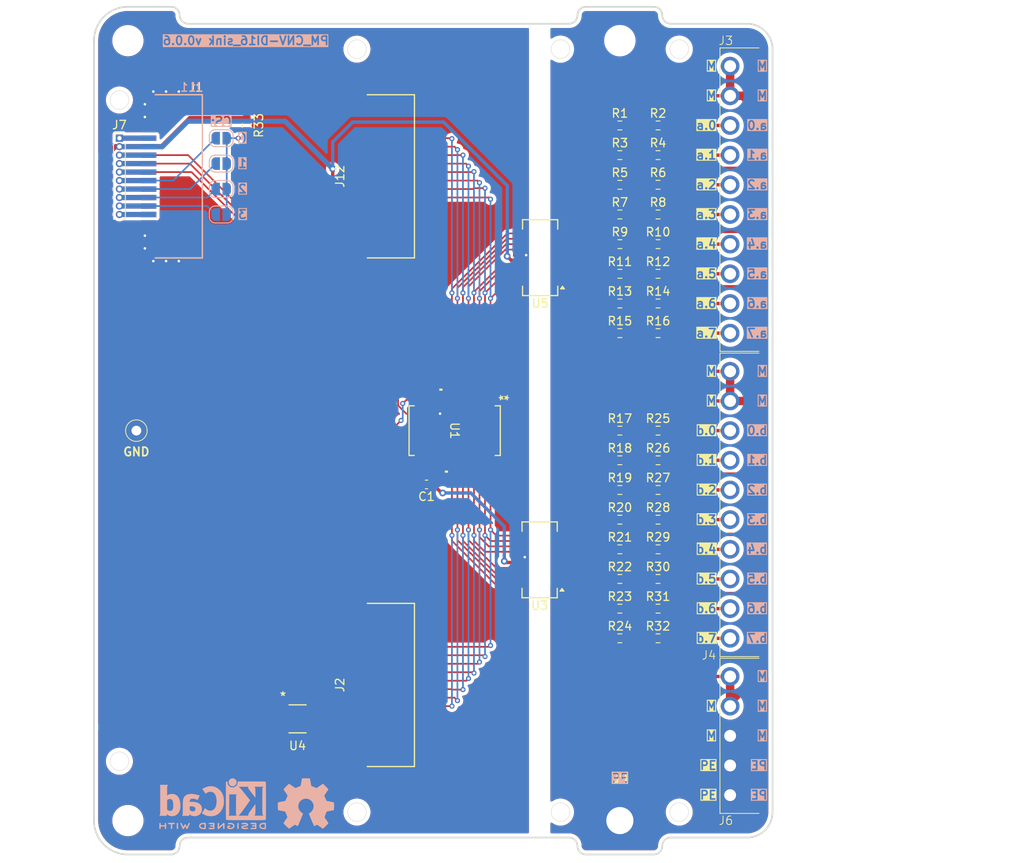
<source format=kicad_pcb>
(kicad_pcb (version 20240108) (generator "pcbnew") (generator_version "8.0")
  (title_block (title "${article} v${version}"))
  (layers (0 "F.Cu" signal) (31 "B.Cu" signal) (34 "B.Paste" user) (35 "F.Paste" user) (36 "B.SilkS" user "B.Silkscreen") (37 "F.SilkS" user "F.Silkscreen") (38 "B.Mask" user) (39 "F.Mask" user) (44 "Edge.Cuts" user))
  (property "article" "PM_CNV-DI16_sink")
  (property "version" "0.0.6")
  (net 0 "")
  (net 1 "/MOSI")
  (net 2 "/CS")
  (net 3 "/MISO")
  (net 4 "GND_MCU")
  (net 5 "/SCK")
  (net 6 "+5V")
  (net 7 "/CS_LED")
  (net 8 "/a.1")
  (net 9 "/a.3")
  (net 10 "/a.6")
  (net 11 "/a.5")
  (net 12 "/a.2")
  (net 13 "/a.4")
  (net 14 "/a.7")
  (net 15 "/a.0_div")
  (net 16 "/a.1_div")
  (net 17 "/a.3_div")
  (net 18 "/a.2_div")
  (net 19 "/a.7_div")
  (net 20 "/a.6_div")
  (net 21 "/a.4_div")
  (net 22 "/a.5_div")
  (net 23 "/b.3")
  (net 24 "/b.6")
  (net 25 "/b.4")
  (net 26 "/b.2")
  (net 27 "/b.5")
  (net 28 "/b.7")
  (net 29 "/b.2_div")
  (net 30 "/b.3_div")
  (net 31 "/b.0_div")
  (net 32 "/b.1_div")
  (net 33 "/b.5_div")
  (net 34 "/b.6_div")
  (net 35 "/b.7_div")
  (net 36 "/b.4_div")
  (net 37 "/a.6_in")
  (net 38 "/a.7_in")
  (net 39 "/a.0_in")
  (net 40 "/a.1_in")
  (net 41 "/a.4_in")
  (net 42 "/a.3_in")
  (net 43 "/a.2_in")
  (net 44 "/a.5_in")
  (net 45 "/b.0_in")
  (net 46 "/b.1_in")
  (net 47 "/a.0")
  (net 48 "/b.4_in")
  (net 49 "/b.2_in")
  (net 50 "/b.6_in")
  (net 51 "/b.5_in")
  (net 52 "/b.7_in")
  (net 53 "/b.3_in")
  (net 54 "/b.1")
  (net 55 "/b.0")
  (net 56 "/PE")
  (net 57 "/CS0")
  (net 58 "/CS1")
  (net 59 "/CS3")
  (net 60 "/CS2")
  (net 61 "+3.3V_MCU")
  (net 62 "/INT")
  (net 67 "/MISO_LED")
  (net 68 "/GND_CNV")
  (footprint "Resistor_SMD:R_0603_1608Metric" (layer "F.Cu") (at 91.5 121)
    (property "Reference" "R31")
    (property "Value" "2k7")
  )
  (footprint "kicad_inventree_lib:PM-ESP32C3_v0.0.5" (layer "F.Cu") (at 25 100)
    (property "Reference" "U2" (hide yes))
    (property "Value" "~" (hide yes))
    (fp_circle (center 3 -39) (end 4.1 -39) (stroke (width 0.05)) (fill none) (layer "Edge.Cuts"))
    (fp_circle (center 3 39) (end 4.1 39) (stroke (width 0.05)) (fill none) (layer "Edge.Cuts"))
    (fp_circle (center 31 -45) (end 32.1 -45) (stroke (width 0.05)) (fill none) (layer "Edge.Cuts"))
    (fp_circle (center 31 45) (end 32.1 45) (stroke (width 0.05)) (fill none) (layer "Edge.Cuts"))
  )
  (footprint "kicad_inventree_lib:DBV6-M" (layer "F.Cu") (at 49 134)
    (property "Reference" "U4")
    (property "Value" "SN74LVC2G14DBVR")
  )
  (footprint "Resistor_SMD:R_0603_1608Metric" (layer "F.Cu") (at 91.5 88.5)
    (property "Reference" "R16")
    (property "Value" "2k7")
  )
  (footprint "Resistor_SMD:R_0603_1608Metric" (layer "F.Cu") (at 87 85)
    (property "Reference" "R13")
    (property "Value" "750R")
  )
  (footprint "Resistor_SMD:R_0603_1608Metric" (layer "F.Cu") (at 87 103.5)
    (property "Reference" "R18")
    (property "Value" "750R")
  )
  (footprint "Resistor_SMD:R_0603_1608Metric" (layer "F.Cu") (at 91.5 110.5)
    (property "Reference" "R28")
    (property "Value" "2k7")
  )
  (footprint "Package_SO:SSOP-20_3.9x8.7mm_P0.635mm" (layer "F.Cu") (at 77.6 79.5925 180)
    (property "Reference" "U5")
    (property "Value" "CA-IS3980P")
  )
  (footprint "Resistor_SMD:R_0603_1608Metric" (layer "F.Cu") (at 91.5 67.5)
    (property "Reference" "R4")
    (property "Value" "2k7")
  )
  (footprint "MountingHole:MountingHole_3.2mm_M3" (layer "F.Cu") (at 29 146)
    (property "Reference" "H3" (hide yes))
    (property "Value" "MountingHole")
  )
  (footprint "Resistor_SMD:R_0603_1608Metric" (layer "F.Cu") (at 87 124.5)
    (property "Reference" "R24")
    (property "Value" "750R")
  )
  (footprint "Resistor_SMD:R_0603_1608Metric" (layer "F.Cu") (at 87 121)
    (property "Reference" "R23")
    (property "Value" "750R")
  )
  (footprint "Resistor_SMD:R_0603_1608Metric" (layer "F.Cu") (at 87 81.5)
    (property "Reference" "R11")
    (property "Value" "750R")
  )
  (footprint "Resistor_SMD:R_0603_1608Metric" (layer "F.Cu") (at 91.5 64)
    (property "Reference" "R2")
    (property "Value" "2k7")
  )
  (footprint "Connector_PinHeader_1.00mm:PinHeader_1x10_P1.00mm_Vertical" (layer "F.Cu") (at 28 65.5)
    (property "Reference" "J7")
    (property "Value" "PinHeader_01x10_P1.00_THT_straight")
  )
  (footprint "Capacitor_SMD:C_0603_1608Metric" (layer "F.Cu") (at 64.205 106.35 180)
    (property "Reference" "C1")
    (property "Value" "100nF")
  )
  (footprint "Resistor_SMD:R_0603_1608Metric" (layer "F.Cu") (at 87 110.5)
    (property "Reference" "R20")
    (property "Value" "750R")
  )
  (footprint "kicad_inventree_lib:SSOP28_MC_MCH" (layer "F.Cu") (at 67.525 100 -90)
    (property "Reference" "U1")
    (property "Value" "MCP23017_SS")
  )
  (footprint "Resistor_SMD:R_0603_1608Metric" (layer "F.Cu") (at 87 71)
    (property "Reference" "R5")
    (property "Value" "750R")
  )
  (footprint "kicad_inventree_lib:CONN10_AFA07-S12_JUS" (layer "F.Cu") (at 60 70 90)
    (property "Reference" "J12")
    (property "Value" "AFA07-S12FCC-00")
  )
  (footprint "Resistor_SMD:R_0603_1608Metric" (layer "F.Cu") (at 87 67.5)
    (property "Reference" "R3")
    (property "Value" "750R")
  )
  (footprint "kicad_inventree_lib:15EDGRC-3.5-05P" (layer "F.Cu") (at 100 143 90)
    (property "Reference" "J6")
    (property "Value" "15EDGRC-3.5-05P")
  )
  (footprint "kicad_inventree_lib:PM_LED-xx-v0.0.1" (layer "F.Cu") (at 90 100)
    (property "Reference" "SP1" (hide yes))
    (property "Value" "~")
    (fp_circle (center -10 -45) (end -8.9 -45) (stroke (width 0.05)) (fill none) (layer "Edge.Cuts"))
    (fp_circle (center -10 45) (end -8.9 45) (stroke (width 0.05)) (fill none) (layer "Edge.Cuts"))
    (fp_circle (center 4 -45) (end 5.1 -45) (stroke (width 0.05)) (fill none) (layer "Edge.Cuts"))
    (fp_circle (center 4 45) (end 5.1 45) (stroke (width 0.05)) (fill none) (layer "Edge.Cuts"))
  )
  (footprint "MountingHole:MountingHole_3.2mm_M3" (layer "F.Cu") (at 29 54)
    (property "Reference" "H2" (hide yes))
    (property "Value" "MountingHole")
  )
  (footprint "Resistor_SMD:R_0603_1608Metric" (layer "F.Cu") (at 91.5 103.5)
    (property "Reference" "R26")
    (property "Value" "2k7")
  )
  (footprint "Resistor_SMD:R_0603_1608Metric" (layer "F.Cu") (at 87 74.5)
    (property "Reference" "R7")
    (property "Value" "750R")
  )
  (footprint "Resistor_SMD:R_0603_1608Metric" (layer "F.Cu") (at 87 100)
    (property "Reference" "R17")
    (property "Value" "750R")
  )
  (footprint "Resistor_SMD:R_0603_1608Metric" (layer "F.Cu") (at 91.5 124.5)
    (property "Reference" "R32")
    (property "Value" "2k7")
  )
  (footprint "MountingHole:MountingHole_3.2mm_M3" (layer "F.Cu") (at 87 54)
    (property "Reference" "H1" (hide yes))
    (property "Value" "MountingHole")
  )
  (footprint "Resistor_SMD:R_0603_1608Metric" (layer "F.Cu") (at 91.5 74.5)
    (property "Reference" "R8")
    (property "Value" "2k7")
  )
  (footprint "Resistor_SMD:R_0603_1608Metric" (layer "F.Cu") (at 91.5 117.5)
    (property "Reference" "R30")
    (property "Value" "2k7")
  )
  (footprint "Resistor_SMD:R_0603_1608Metric" (layer "F.Cu") (at 91.5 71)
    (property "Reference" "R6")
    (property "Value" "2k7")
  )
  (footprint "Resistor_SMD:R_0603_1608Metric" (layer "F.Cu") (at 87 64)
    (property "Reference" "R1")
    (property "Value" "750R")
  )
  (footprint "Resistor_SMD:R_0603_1608Metric" (layer "F.Cu") (at 87 117.5)
    (property "Reference" "R22")
    (property "Value" "750R")
  )
  (footprint "kicad_inventree_lib:5117" (layer "F.Cu") (at 30 100)
    (property "Reference" "U6" (hide yes))
    (property "Value" "5117" (hide yes))
  )
  (footprint "kicad_inventree_lib:CONN10_AFA07-S12_JUS" (layer "F.Cu") (at 60 130 90)
    (property "Reference" "J2")
    (property "Value" "AFA07-S12FCC-00")
  )
  (footprint "Resistor_SMD:R_0603_1608Metric" (layer "F.Cu") (at 43 64 -90)
    (property "Reference" "R33")
    (property "Value" "10k")
  )
  (footprint "Resistor_SMD:R_0603_1608Metric" (layer "F.Cu") (at 91.5 78)
    (property "Reference" "R10")
    (property "Value" "2k7")
  )
  (footprint "Resistor_SMD:R_0603_1608Metric" (layer "F.Cu") (at 91.5 85)
    (property "Reference" "R14")
    (property "Value" "2k7")
  )
  (footprint "kicad_inventree_lib:CONN10_AFA07-S12_JUS" (layer "F.Cu") (at 35 70 90)
    (property "Reference" "J1")
    (property "Value" "AFA07-S12FCC-00")
  )
  (footprint "Package_SO:SSOP-20_3.9x8.7mm_P0.635mm" (layer "F.Cu") (at 77.54 115.24 180)
    (property "Reference" "U3")
    (property "Value" "CA-IS3980P")
  )
  (footprint "Resistor_SMD:R_0603_1608Metric" (layer "F.Cu") (at 91.5 81.5)
    (property "Reference" "R12")
    (property "Value" "2k7")
  )
  (footprint "Resistor_SMD:R_0603_1608Metric" (layer "F.Cu") (at 87 78)
    (property "Reference" "R9")
    (property "Value" "750R")
  )
  (footprint "Resistor_SMD:R_0603_1608Metric" (layer "F.Cu") (at 87 107)
    (property "Reference" "R19")
    (property "Value" "750R")
  )
  (footprint "kicad_inventree_lib:15EDGRC-3.5-10P" (layer "F.Cu") (at 100 124.5 90)
    (property "Reference" "J4")
    (property "Value" "15EDGRC-3.5-10P")
  )
  (footprint "Resistor_SMD:R_0603_1608Metric" (layer "F.Cu") (at 91.5 107)
    (property "Reference" "R27")
    (property "Value" "2k7")
  )
  (footprint "Resistor_SMD:R_0603_1608Metric" (layer "F.Cu") (at 91.5 100)
    (property "Reference" "R25")
    (property "Value" "2k7")
  )
  (footprint "Resistor_SMD:R_0603_1608Metric" (layer "F.Cu") (at 87 114)
    (property "Reference" "R21")
    (property "Value" "750R")
  )
  (footprint "kicad_inventree_lib:PE" (layer "F.Cu") (at 87 146)
    (property "Reference" "PE1" (hide yes))
    (property "Value" "PE")
  )
  (footprint "kicad_inventree_lib:15EDGRC-3.5-10P" (layer "F.Cu") (at 100 88.5 90)
    (property "Reference" "J3")
    (property "Value" "15EDGRC-3.5-10P")
  )
  (footprint "Resistor_SMD:R_0603_1608Metric" (layer "F.Cu") (at 91.5 114)
    (property "Reference" "R29")
    (property "Value" "2k7")
  )
  (footprint "Resistor_SMD:R_0603_1608Metric" (layer "F.Cu") (at 87 88.5)
    (property "Reference" "R15")
    (property "Value" "750R")
  )
  (footprint "Jumper:SolderJumper-2_P1.3mm_Open_RoundedPad1.0x1.5mm" (layer "B.Cu") (at 40 74.5)
    (property "Reference" "JP4" (hide yes))
    (property "Value" "SolderJumper_2_Open")
  )
  (footprint "Jumper:SolderJumper-2_P1.3mm_Open_RoundedPad1.0x1.5mm" (layer "B.Cu") (at 40 71.5)
    (property "Reference" "JP3" (hide yes))
    (property "Value" "SolderJumper_2_Open")
  )
  (footprint "Symbol:KiCad-Logo2_5mm_SilkScreen" (layer "B.Cu") (at 39 144 180)
    (property "Reference" "kicad_logo" (hide yes))
    (property "Value" "KiCad-Logo2_5mm_SilkScreen" (hide yes))
  )
  (footprint "Symbol:OSHW-Symbol_6.7x6mm_SilkScreen" (layer "B.Cu") (at 50 144 180)
    (property "Reference" "oshw_logo" (hide yes))
    (property "Value" "OSHW-Symbol_6.7x6mm_SilkScreen" (hide yes))
  )
  (footprint "kicad_inventree_lib:CONN10_AFA07-S12_JUS" (layer "B.Cu") (at 35 70 -90)
    (property "Reference" "J11")
    (property "Value" "AFA07-S12FCC-00")
  )
  (footprint "Jumper:SolderJumper-2_P1.3mm_Open_RoundedPad1.0x1.5mm" (layer "B.Cu") (at 40 68.5)
    (property "Reference" "JP2" (hide yes))
    (property "Value" "SolderJumper_2_Open")
  )
  (footprint "Jumper:SolderJumper-2_P1.3mm_Open_RoundedPad1.0x1.5mm" (layer "B.Cu") (at 40 65.5)
    (property "Reference" "JP1" (hide yes))
    (property "Value" "SolderJumper_2_Open")
  )
  (gr_arc (start 105 145) (mid 104.12132 147.12132) (end 102 148) (stroke (width 0.2)) (layer "Edge.Cuts"))
  (gr_arc (start 25 54) (mid 26.171573 51.171573) (end 29 50) (stroke (width 0.2)) (layer "Edge.Cuts"))
  (gr_line (start 91 50) (end 83 50) (stroke (width 0.2)) (layer "Edge.Cuts"))
  (gr_arc (start 91 50) (mid 91.707107 50.292893) (end 92 51) (stroke (width 0.2)) (layer "Edge.Cuts"))
  (gr_arc (start 29 150) (mid 26.171573 148.828427) (end 25 146) (stroke (width 0.2)) (layer "Edge.Cuts"))
  (gr_line (start 29 50) (end 34.1 50) (stroke (width 0.2)) (layer "Edge.Cuts"))
  (gr_line (start 25 54) (end 25 146) (stroke (width 0.2)) (layer "Edge.Cuts"))
  (gr_arc (start 35.1 149) (mid 35.392893 148.292893) (end 36.1 148) (stroke (width 0.2)) (layer "Edge.Cuts"))
  (gr_line (start 83 150) (end 91 150) (stroke (width 0.2)) (layer "Edge.Cuts"))
  (gr_arc (start 82 51) (mid 81.707107 51.707107) (end 81 52) (stroke (width 0.2)) (layer "Edge.Cuts"))
  (gr_line (start 81 148) (end 36.1 148) (stroke (width 0.2)) (layer "Edge.Cuts"))
  (gr_arc (start 36.1 52) (mid 35.392893 51.707107) (end 35.1 51) (stroke (width 0.2)) (layer "Edge.Cuts"))
  (gr_line (start 36.1 52) (end 81 52) (stroke (width 0.2)) (layer "Edge.Cuts"))
  (gr_arc (start 35.1 149) (mid 34.807107 149.707107) (end 34.1 150) (stroke (width 0.2)) (layer "Edge.Cuts"))
  (gr_line (start 105 55) (end 105 145) (stroke (width 0.2)) (layer "Edge.Cuts"))
  (gr_arc (start 82 51) (mid 82.292893 50.292893) (end 83 50) (stroke (width 0.2)) (layer "Edge.Cuts"))
  (gr_line (start 29 150) (end 34.1 150) (stroke (width 0.2)) (layer "Edge.Cuts"))
  (gr_arc (start 34.1 50) (mid 34.807107 50.292893) (end 35.1 51) (stroke (width 0.2)) (layer "Edge.Cuts"))
  (gr_line (start 93 148) (end 102 148) (stroke (width 0.2)) (layer "Edge.Cuts"))
  (gr_arc (start 83 150) (mid 82.292893 149.707107) (end 82 149) (stroke (width 0.2)) (layer "Edge.Cuts"))
  (gr_arc (start 93 52) (mid 92.292893 51.707107) (end 92 51) (stroke (width 0.2)) (layer "Edge.Cuts"))
  (gr_arc (start 102 52) (mid 104.12132 52.87868) (end 105 55) (stroke (width 0.2)) (layer "Edge.Cuts"))
  (gr_arc (start 81 148) (mid 81.707107 148.292893) (end 82 149) (stroke (width 0.2)) (layer "Edge.Cuts"))
  (gr_arc (start 92 149) (mid 91.707107 149.707107) (end 91 150) (stroke (width 0.2)) (layer "Edge.Cuts"))
  (gr_line (start 102 52) (end 93 52) (stroke (width 0.2)) (layer "Edge.Cuts"))
  (gr_arc (start 92 149) (mid 92.292893 148.292893) (end 93 148) (stroke (width 0.2)) (layer "Edge.Cuts"))
  (gr_text "b.2" (at 104.5 107 0) (layer "B.SilkS" knockout) (effects (font (size 1 1) (thickness 0.2) (bold yes)) (justify left mirror)))
  (gr_text "PE" (at 104.5 143 0) (layer "B.SilkS" knockout) (effects (font (size 1 1) (thickness 0.2) (bold yes)) (justify left mirror)))
  (gr_text "M" (at 104.5 93 0) (layer "B.SilkS" knockout) (effects (font (size 1 1) (thickness 0.2) (bold yes)) (justify left mirror)))
  (gr_text "a.0" (at 104.5 64 0) (layer "B.SilkS" knockout) (effects (font (size 1 1) (thickness 0.2) (bold yes)) (justify left mirror)))
  (gr_text "a.3" (at 104.5 74.5 0) (layer "B.SilkS" knockout) (effects (font (size 1 1) (thickness 0.2) (bold yes)) (justify left mirror)))
  (gr_text "a.7" (at 104.5 88.5 0) (layer "B.SilkS" knockout) (effects (font (size 1 1) (thickness 0.2) (bold yes)) (justify left mirror)))
  (gr_text "b.4" (at 104.5 114 0) (layer "B.SilkS" knockout) (effects (font (size 1 1) (thickness 0.2) (bold yes)) (justify left mirror)))
  (gr_text "M" (at 104.5 129 0) (layer "B.SilkS" knockout) (effects (font (size 1 1) (thickness 0.2) (bold yes)) (justify left mirror)))
  (gr_text "M" (at 104.5 136 0) (layer "B.SilkS" knockout) (effects (font (size 1 1) (thickness 0.2) (bold yes)) (justify left mirror)))
  (gr_text "a.1" (at 104.5 67.5 0) (layer "B.SilkS" knockout) (effects (font (size 1 1) (thickness 0.2) (bold yes)) (justify left mirror)))
  (gr_text "b.5" (at 104.5 117.5 0) (layer "B.SilkS" knockout) (effects (font (size 1 1) (thickness 0.2) (bold yes)) (justify left mirror)))
  (gr_text "PE" (at 104.5 139.5 0) (layer "B.SilkS" knockout) (effects (font (size 1 1) (thickness 0.2) (bold yes)) (justify left mirror)))
  (gr_text "b.6" (at 104.5 121 0) (layer "B.SilkS" knockout) (effects (font (size 1 1) (thickness 0.2) (bold yes)) (justify left mirror)))
  (gr_text "M" (at 104.5 60.5 0) (layer "B.SilkS" knockout) (effects (font (size 1 1) (thickness 0.2) (bold yes)) (justify left mirror)))
  (gr_text "3" (at 42.5 74.5 0) (layer "B.SilkS" knockout) (effects (font (size 1 1) (thickness 0.2) (bold yes)) (justify mirror)))
  (gr_text "M" (at 104.5 96.5 0) (layer "B.SilkS" knockout) (effects (font (size 1 1) (thickness 0.2) (bold yes)) (justify left mirror)))
  (gr_text "1" (at 42.5 68.5 0) (layer "B.SilkS" knockout) (effects (font (size 1 1) (thickness 0.2) (bold yes)) (justify mirror)))
  (gr_text "M" (at 104.5 57 0) (layer "B.SilkS" knockout) (effects (font (size 1 1) (thickness 0.2) (bold yes)) (justify left mirror)))
  (gr_text "b.1" (at 104.5 103.5 0) (layer "B.SilkS" knockout) (effects (font (size 1 1) (thickness 0.2) (bold yes)) (justify left mirror)))
  (gr_text "b.0" (at 104.5 100 0) (layer "B.SilkS" knockout) (effects (font (size 1 1) (thickness 0.2) (bold yes)) (justify left mirror)))
  (gr_text "M" (at 104.5 132.5 0) (layer "B.SilkS" knockout) (effects (font (size 1 1) (thickness 0.2) (bold yes)) (justify left mirror)))
  (gr_text "a.5" (at 104.5 81.5 0) (layer "B.SilkS" knockout) (effects (font (size 1 1) (thickness 0.2) (bold yes)) (justify left mirror)))
  (gr_text "b.7" (at 104.5 124.5 0) (layer "B.SilkS" knockout) (effects (font (size 1 1) (thickness 0.2) (bold yes)) (justify left mirror)))
  (gr_text "${article} v${version}" (at 33 54 0) (layer "B.SilkS" knockout) (effects (font (size 1 1) (thickness 0.2) (bold yes)) (justify right mirror)))
  (gr_text "0" (at 42.5 65.5 0) (layer "B.SilkS" knockout) (effects (font (size 1 1) (thickness 0.2) (bold yes)) (justify mirror)))
  (gr_text "CS:" (at 40 63.5 0) (layer "B.SilkS" knockout) (effects (font (size 1 1) (thickness 0.2) (bold yes)) (justify mirror)))
  (gr_text "2" (at 42.5 71.5 0) (layer "B.SilkS" knockout) (effects (font (size 1 1) (thickness 0.2) (bold yes)) (justify mirror)))
  (gr_text "a.2" (at 104.5 71 0) (layer "B.SilkS" knockout) (effects (font (size 1 1) (thickness 0.2) (bold yes)) (justify left mirror)))
  (gr_text "a.6" (at 104.5 85 0) (layer "B.SilkS" knockout) (effects (font (size 1 1) (thickness 0.2) (bold yes)) (justify left mirror)))
  (gr_text "PE" (at 87 141 -0) (layer "B.SilkS" knockout) (effects (font (size 1 1) (thickness 0.2) (bold yes)) (justify mirror)))
  (gr_text "a.4" (at 104.5 78 0) (layer "B.SilkS" knockout) (effects (font (size 1 1) (thickness 0.2) (bold yes)) (justify left mirror)))
  (gr_text "b.3" (at 104.5 110.5 0) (layer "B.SilkS" knockout) (effects (font (size 1 1) (thickness 0.2) (bold yes)) (justify left mirror)))
  (gr_text "a.6" (at 98.5 85 0) (layer "F.SilkS" knockout) (effects (font (size 1 1) (thickness 0.2) (bold yes)) (justify right)))
  (gr_text "b.7" (at 98.5 124.5 0) (layer "F.SilkS" knockout) (effects (font (size 1 1) (thickness 0.2) (bold yes)) (justify right)))
  (gr_text "M" (at 98.5 136 0) (layer "F.SilkS" knockout) (effects (font (size 1 1) (thickness 0.2) (bold yes)) (justify right)))
  (gr_text "b.3" (at 98.5 110.5 0) (layer "F.SilkS" knockout) (effects (font (size 1 1) (thickness 0.2) (bold yes)) (justify right)))
  (gr_text "M" (at 98.5 60.5 0) (layer "F.SilkS" knockout) (effects (font (size 1 1) (thickness 0.2) (bold yes)) (justify right)))
  (gr_text "a.5" (at 98.5 81.5 0) (layer "F.SilkS" knockout) (effects (font (size 1 1) (thickness 0.2) (bold yes)) (justify right)))
  (gr_text "b.6" (at 98.5 121 0) (layer "F.SilkS" knockout) (effects (font (size 1 1) (thickness 0.2) (bold yes)) (justify right)))
  (gr_text "a.2" (at 98.5 71 0) (layer "F.SilkS" knockout) (effects (font (size 1 1) (thickness 0.2) (bold yes)) (justify right)))
  (gr_text "b.2" (at 98.5 107 0) (layer "F.SilkS" knockout) (effects (font (size 1 1) (thickness 0.2) (bold yes)) (justify right)))
  (gr_text "M" (at 98.5 57 0) (layer "F.SilkS" knockout) (effects (font (size 1 1) (thickness 0.2) (bold yes)) (justify right)))
  (gr_text "b.4" (at 98.5 114 0) (layer "F.SilkS" knockout) (effects (font (size 1 1) (thickness 0.2) (bold yes)) (justify right)))
  (gr_text "M" (at 98.5 132.5 0) (layer "F.SilkS" knockout) (effects (font (size 1 1) (thickness 0.2) (bold yes)) (justify right)))
  (gr_text "PE" (at 98.5 143 0) (layer "F.SilkS" knockout) (effects (font (size 1 1) (thickness 0.2) (bold yes)) (justify right)))
  (gr_text "b.5" (at 98.5 117.5 0) (layer "F.SilkS" knockout) (effects (font (size 1 1) (thickness 0.2) (bold yes)) (justify right)))
  (gr_text "PE" (at 87 141 0) (layer "F.SilkS" knockout) (effects (font (size 1 1) (thickness 0.2) (bold yes))))
  (gr_text "a.4" (at 98.5 78 0) (layer "F.SilkS" knockout) (effects (font (size 1 1) (thickness 0.2) (bold yes)) (justify right)))
  (gr_text "PE" (at 98.5 139.5 0) (layer "F.SilkS" knockout) (effects (font (size 1 1) (thickness 0.2) (bold yes)) (justify right)))
  (gr_text "a.7" (at 98.5 88.5 0) (layer "F.SilkS" knockout) (effects (font (size 1 1) (thickness 0.2) (bold yes)) (justify right)))
  (gr_text "M" (at 98.5 93 0) (layer "F.SilkS" knockout) (effects (font (size 1 1) (thickness 0.2) (bold yes)) (justify right)))
  (gr_text "b.0" (at 98.5 100 0) (layer "F.SilkS" knockout) (effects (font (size 1 1) (thickness 0.2) (bold yes)) (justify right)))
  (gr_text "b.1" (at 98.5 103.5 0) (layer "F.SilkS" knockout) (effects (font (size 1 1) (thickness 0.2) (bold yes)) (justify right)))
  (gr_text "a.0" (at 98.5 64 0) (layer "F.SilkS" knockout) (effects (font (size 1 1) (thickness 0.2) (bold yes)) (justify right)))
  (gr_text "M" (at 98.5 96.5 0) (layer "F.SilkS" knockout) (effects (font (size 1 1) (thickness 0.2) (bold yes)) (justify right)))
  (gr_text "a.3" (at 98.5 74.5 0) (layer "F.SilkS" knockout) (effects (font (size 1 1) (thickness 0.2) (bold yes)) (justify right)))
  (gr_text "GND" (at 30 102.5 0) (layer "F.SilkS") (effects (font (size 1 1) (thickness 0.2) (bold yes))))
  (gr_text "a.1" (at 98.5 67.5 0) (layer "F.SilkS" knockout) (effects (font (size 1 1) (thickness 0.2) (bold yes)) (justify right)))
  (segment (start 31.444 67.500002) (end 28.000002 67.500002) (width 0.6) (layer "F.Cu") (net 1))
  (segment (start 28.000002 67.500002) (end 28 67.5) (width 0.6) (layer "F.Cu") (net 1))
  (segment (start 63.950001 96.372199) (end 63.950001 95.350001) (width 0.2) (layer "F.Cu") (net 1))
  (segment (start 63.950001 95.350001) (end 36.100002 67.500002) (width 0.2) (layer "F.Cu") (net 1))
  (segment (start 36.100002 67.500002) (end 31.444 67.500002) (width 0.2) (layer "F.Cu") (net 1))
  (segment (start 31.444 67.500002) (end 28.000002 67.500002) (width 0.6) (layer "B.Cu") (net 1))
  (segment (start 28.000002 67.500002) (end 28 67.5) (width 0.6) (layer "B.Cu") (net 1))
  (segment (start 65.250001 96.372199) (end 65.250001 95.478498) (width 0.2) (layer "F.Cu") (net 2))
  (segment (start 65.250001 97.515685) (end 47.53315 115.232536) (width 0.2) (layer "F.Cu") (net 2))
  (segment (start 65.250001 96.372199) (end 65.250001 97.515685) (width 0.2) (layer "F.Cu") (net 2))
  (segment (start 65.250001 95.478498) (end 43 73.228497) (width 0.2) (layer "F.Cu") (net 2))
  (segment (start 43 73.228497) (end 43 64.825) (width 0.2) (layer "F.Cu") (net 2))
  (segment (start 42 65.5) (end 42.325 65.5) (width 0.2) (layer "F.Cu") (net 2))
  (segment (start 42.325 65.5) (end 43 64.825) (width 0.2) (layer "F.Cu") (net 2))
  (segment (start 47.53315 115.232536) (end 47.53315 133.049999) (width 0.2) (layer "F.Cu") (net 2))
  (via (at 42 65.5) (size 0.6) (drill 0.3) (layers "F.Cu" "B.Cu") (net 2))
  (segment (start 42 65.5) (end 40.65 65.5) (width 0.2) (layer "B.Cu") (net 2))
  (segment (start 40.65 71.5) (end 40.65 74.5) (width 0.2) (layer "B.Cu") (net 2))
  (segment (start 40.65 68.5) (end 40.65 71.5) (width 0.2) (layer "B.Cu") (net 2))
  (segment (start 40.65 65.5) (end 40.65 68.5) (width 0.2) (layer "B.Cu") (net 2))
  (segment (start 46.5 134.3368) (end 47.113201 134.950001) (width 0.2) (layer "F.Cu") (net 3))
  (segment (start 36.3 68.5) (end 31.444 68.5) (width 0.2) (layer "F.Cu") (net 3))
  (segment (start 63.300002 96.372199) (end 63.300002 95.500002) (width 0.2) (layer "F.Cu") (net 3))
  (segment (start 46.5 113.5) (end 46.5 134.3368) (width 0.2) (layer "F.Cu") (net 3))
  (segment (start 47.113201 134.950001) (end 47.53315 134.950001) (width 0.2) (layer "F.Cu") (net 3))
  (segment (start 63.300002 96.372199) (end 61.827801 96.372199) (width 0.2) (layer "F.Cu") (net 3))
  (segment (start 61.827801 96.372199) (end 61.4 96.8) (width 0.2) (layer "F.Cu") (net 3))
  (segment (start 63.300002 95.500002) (end 36.3 68.5) (width 0.2) (layer "F.Cu") (net 3))
  (segment (start 61.2 98.8) (end 46.5 113.5) (width 0.2) (layer "F.Cu") (net 3))
  (segment (start 28 68.5) (end 31.444 68.5) (width 0.6) (layer "F.Cu") (net 3))
  (via (at 61.2 98.8) (size 0.6) (drill 0.3) (layers "F.Cu" "B.Cu") (net 3))
  (via (at 61.4 96.8) (size 0.6) (drill 0.3) (layers "F.Cu" "B.Cu") (net 3))
  (segment (start 31.444 68.5) (end 28 68.5) (width 0.6) (layer "B.Cu") (net 3))
  (segment (start 61.4 96.8) (end 61.4 98.6) (width 0.2) (layer "B.Cu") (net 3))
  (segment (start 61.4 98.6) (end 61.2 98.8) (width 0.2) (layer "B.Cu") (net 3))
  (segment (start 65.900002 97.899998) (end 65.8 98) (width 0.4) (layer "F.Cu") (net 4))
  (segment (start 65.900002 96.372199) (end 65.900002 97.899998) (width 0.4) (layer "F.Cu") (net 4))
  (segment (start 75.786525 114.9225) (end 75.786526 114.922499) (width 0.4) (layer "F.Cu") (net 4))
  (segment (start 76 79.362499) (end 75.912501 79.275) (width 0.4) (layer "F.Cu") (net 4))
  (segment (start 75.925 79.275) (end 75.95 79.3) (width 0.4) (layer "F.Cu") (net 4))
  (segment (start 75 79.275) (end 75.925 79.275) (width 0.4) (layer "F.Cu") (net 4))
  (segment (start 74.94 114.9225) (end 75.786525 114.9225) (width 0.4) (layer "F.Cu") (net 4))
  (via (at 31 61.5) (size 0.6) (drill 0.3) (layers "F.Cu" "B.Cu") (net 4))
  (via (at 33.5 80) (size 0.6) (drill 0.3) (layers "F.Cu" "B.Cu") (net 4))
  (via (at 33.5 60) (size 0.6) (drill 0.3) (layers "F.Cu" "B.Cu") (net 4))
  (via (at 35 60) (size 0.6) (drill 0.3) (layers "F.Cu" "B.Cu") (net 4))
  (via (at 75.95 79.3) (size 0.6) (drill 0.3) (layers "F.Cu" "B.Cu") (net 4))
  (via (at 32 80) (size 0.6) (drill 0.3) (layers "F.Cu" "B.Cu") (net 4))
  (via (at 31 63) (size 0.6) (drill 0.3) (layers "F.Cu" "B.Cu") (net 4))
  (via (at 65.8 98) (size 0.6) (drill 0.3) (layers "F.Cu" "B.Cu") (net 4))
  (via (at 35 80) (size 0.6) (drill 0.3) (layers "F.Cu" "B.Cu") (net 4))
  (via (at 75.786526 114.922499) (size 0.6) (drill 0.3) (layers "F.Cu" "B.Cu") (net 4))
  (via (at 31 78.5) (size 0.6) (drill 0.3) (layers "F.Cu" "B.Cu") (net 4))
  (via (at 31 77) (size 0.6) (drill 0.3) (layers "F.Cu" "B.Cu") (net 4))
  (via (at 32 60) (size 0.6) (drill 0.3) (layers "F.Cu" "B.Cu") (net 4))
  (segment (start 61.822182 98) (end 60.85 97.027818) (width 0.2) (layer "F.Cu") (net 5))
  (segment (start 60.85 93.85) (end 36.5 69.5) (width 0.2) (layer "F.Cu") (net 5))
  (segment (start 36.5 69.5) (end 31.444 69.5) (width 0.2) (layer "F.Cu") (net 5))
  (segment (start 64.600002 96.372199) (end 64.600002 97.599998) (width 0.2) (layer "F.Cu") (net 5))
  (segment (start 64.2 98) (end 61.822182 98) (width 0.2) (layer "F.Cu") (net 5))
  (segment (start 60.85 97.027818) (end 60.85 93.85) (width 0.2) (layer "F.Cu") (net 5))
  (segment (start 64.600002 97.599998) (end 64.2 98) (width 0.2) (layer "F.Cu") (net 5))
  (segment (start 31.444 69.5) (end 28 69.5) (width 0.6) (layer "F.Cu") (net 5))
  (segment (start 28 69.5) (end 31.444 69.5) (width 0.6) (layer "B.Cu") (net 5))
  (segment (start 31.443994 65.5) (end 31.444 65.500006) (width 0.6) (layer "F.Cu") (net 6))
  (segment (start 28 65.5) (end 31.443994 65.5) (width 0.6) (layer "F.Cu") (net 6))
  (segment (start 31.444 65.500006) (end 28.000006 65.500006) (width 0.6) (layer "B.Cu") (net 6))
  (segment (start 28.000006 65.500006) (end 28 65.5) (width 0.6) (layer "B.Cu") (net 6))
  (segment (start 50.46685 133.049999) (end 51.2574 133.049999) (width 0.2) (layer "F.Cu") (net 7))
  (segment (start 51.707397 133.499996) (end 56.444 133.499996) (width 0.2) (layer "F.Cu") (net 7))
  (segment (start 51.2574 133.049999) (end 51.707397 133.499996) (width 0.2) (layer "F.Cu") (net 7))
  (segment (start 67.850001 96.372199) (end 67.850001 84.400001) (width 0.2) (layer "F.Cu") (net 8))
  (segment (start 67.850001 84.400001) (end 67.85 84.4) (width 0.2) (layer "F.Cu") (net 8))
  (segment (start 67.500004 66.500004) (end 56.444 66.500004) (width 0.2) (layer "F.Cu") (net 8))
  (segment (start 67.85 83.170534) (end 73.650534 77.37) (width 0.2) (layer "F.Cu") (net 8))
  (segment (start 73.650534 77.37) (end 75 77.37) (width 0.2) (layer "F.Cu") (net 8))
  (segment (start 67.85 66.85) (end 67.500004 66.500004) (width 0.2) (layer "F.Cu") (net 8))
  (segment (start 67.85 84.4) (end 67.85 83.170534) (width 0.2) (layer "F.Cu") (net 8))
  (via (at 67.85 66.85) (size 0.6) (drill 0.3) (layers "F.Cu" "B.Cu") (net 8))
  (via (at 67.85 84.4) (size 0.6) (drill 0.3) (layers "F.Cu" "B.Cu") (net 8))
  (segment (start 67.85 84.4) (end 67.85 66.85) (width 0.2) (layer "B.Cu") (net 8))
  (segment (start 69.15 68.8) (end 68.85 68.5) (width 0.2) (layer "F.Cu") (net 9))
  (segment (start 68.85 68.5) (end 56.444 68.5) (width 0.2) (layer "F.Cu") (net 9))
  (segment (start 69.15 84.4) (end 69.15 83.001905) (width 0.2) (layer "F.Cu") (net 9))
  (segment (start 69.15 84.4) (end 69.150001 84.400001) (width 0.2) (layer "F.Cu") (net 9))
  (segment (start 69.150001 84.400001) (end 69.150001 96.372199) (width 0.2) (layer "F.Cu") (net 9))
  (segment (start 69.15 83.001905) (end 73.511905 78.64) (width 0.2) (layer "F.Cu") (net 9))
  (segment (start 73.511905 78.64) (end 75 78.64) (width 0.2) (layer "F.Cu") (net 9))
  (via (at 69.15 68.8) (size 0.6) (drill 0.3) (layers "F.Cu" "B.Cu") (net 9))
  (via (at 69.15 84.4) (size 0.6) (drill 0.3) (layers "F.Cu" "B.Cu") (net 9))
  (segment (start 69.15 84.4) (end 69.15 68.8) (width 0.2) (layer "B.Cu") (net 9))
  (segment (start 71.099999 83.750001) (end 71.099999 96.372199) (width 0.2) (layer "F.Cu") (net 10))
  (segment (start 69.8 71.4) (end 69.7 71.5) (width 0.2) (layer "F.Cu") (net 10))
  (segment (start 75 81.815) (end 73.035 81.815) (width 0.2) (layer "F.Cu") (net 10))
  (segment (start 73.035 81.815) (end 71.1 83.75) (width 0.2) (layer "F.Cu") (net 10))
  (segment (start 71.1 83.75) (end 71.099999 83.750001) (width 0.2) (layer "F.Cu") (net 10))
  (segment (start 69.7 71.5) (end 56.444 71.5) (width 0.2) (layer "F.Cu") (net 10))
  (segment (start 71.1 71.4) (end 69.8 71.4) (width 0.2) (layer "F.Cu") (net 10))
  (via (at 71.1 71.4) (size 0.6) (drill 0.3) (layers "F.Cu" "B.Cu") (net 10))
  (via (at 71.1 83.75) (size 0.6) (drill 0.3) (layers "F.Cu" "B.Cu") (net 10))
  (segment (start 71.1 83.75) (end 71.1 71.4) (width 0.2) (layer "B.Cu") (net 10))
  (segment (start 70.45 84.4) (end 70.45 83.551471) (width 0.2) (layer "F.Cu") (net 11))
  (segment (start 72.821471 81.18) (end 75 81.18) (width 0.2) (layer "F.Cu") (net 11))
  (segment (start 70.45 83.551471) (end 72.821471 81.18) (width 0.2) (layer "F.Cu") (net 11))
  (segment (start 70.45 84.4) (end 70.45 96.372199) (width 0.2) (layer "F.Cu") (net 11))
  (segment (start 70.2 70.5) (end 56.444 70.5) (width 0.2) (layer "F.Cu") (net 11))
  (segment (start 70.45 70.75) (end 70.2 70.5) (width 0.2) (layer "F.Cu") (net 11))
  (via (at 70.45 84.4) (size 0.6) (drill 0.3) (layers "F.Cu" "B.Cu") (net 11))
  (via (at 70.45 70.75) (size 0.6) (drill 0.3) (layers "F.Cu" "B.Cu") (net 11))
  (segment (start 70.45 84.4) (end 70.45 70.75) (width 0.2) (layer "B.Cu") (net 11))
  (segment (start 68.5 83.75) (end 68.5 84.4) (width 0.2) (layer "F.Cu") (net 12))
  (segment (start 68.499999 84.400001) (end 68.499999 96.372199) (width 0.2) (layer "F.Cu") (net 12))
  (segment (start 68.5 84.4) (end 68.499999 84.400001) (width 0.2) (layer "F.Cu") (net 12))
  (segment (start 68.5 67.5) (end 67.2 67.5) (width 0.2) (layer "F.Cu") (net 12))
  (segment (start 67.2 67.5) (end 67.199998 67.500002) (width 0.2) (layer "F.Cu") (net 12))
  (segment (start 68.5 83.75) (end 68.5 83.08622) (width 0.2) (layer "F.Cu") (net 12))
  (segment (start 67.199998 67.500002) (end 56.444 67.500002) (width 0.2) (layer "F.Cu") (net 12))
  (segment (start 73.58122 78.005) (end 75 78.005) (width 0.2) (layer "F.Cu") (net 12))
  (segment (start 68.5 83.08622) (end 73.58122 78.005) (width 0.2) (layer "F.Cu") (net 12))
  (via (at 68.5 83.75) (size 0.6) (drill 0.3) (layers "F.Cu" "B.Cu") (net 12))
  (via (at 68.5 67.5) (size 0.6) (drill 0.3) (layers "F.Cu" "B.Cu") (net 12))
  (segment (start 68.5 83.75) (end 68.5 67.5) (width 0.2) (layer "B.Cu") (net 12))
  (segment (start 69.75 69.5) (end 56.444 69.5) (width 0.2) (layer "F.Cu") (net 13))
  (segment (start 69.8 69.45) (end 69.75 69.5) (width 0.2) (layer "F.Cu") (net 13))
  (segment (start 69.8 84.4) (end 69.799999 84.400001) (width 0.2) (layer "F.Cu") (net 13))
  (segment (start 69.8 83.75) (end 69.8 83.635786) (width 0.2) (layer "F.Cu") (net 13))
  (segment (start 69.8 83.75) (end 69.8 84.4) (width 0.2) (layer "F.Cu") (net 13))
  (segment (start 72.890786 80.545) (end 75 80.545) (width 0.2) (layer "F.Cu") (net 13))
  (segment (start 69.799999 84.400001) (end 69.799999 96.372199) (width 0.2) (layer "F.Cu") (net 13))
  (segment (start 69.8 83.635786) (end 72.890786 80.545) (width 0.2) (layer "F.Cu") (net 13))
  (segment (start 74.9125 80.6325) (end 75 80.545) (width 0.2) (layer "F.Cu") (net 13))
  (via (at 69.8 69.45) (size 0.6) (drill 0.3) (layers "F.Cu" "B.Cu") (net 13))
  (via (at 69.8 83.75) (size 0.6) (drill 0.3) (layers "F.Cu" "B.Cu") (net 13))
  (segment (start 69.8 83.75) (end 69.8 69.45) (width 0.2) (layer "B.Cu") (net 13))
  (segment (start 71.75 72.7) (end 71.549998 72.499998) (width 0.2) (layer "F.Cu") (net 14))
  (segment (start 71.75 84.4) (end 71.75 96.372199) (width 0.2) (layer "F.Cu") (net 14))
  (segment (start 71.549998 72.499998) (end 56.444 72.499998) (width 0.2) (layer "F.Cu") (net 14))
  (segment (start 71.75 84.4) (end 73.7 82.45) (width 0.2) (layer "F.Cu") (net 14))
  (segment (start 73.7 82.45) (end 75 82.45) (width 0.2) (layer "F.Cu") (net 14))
  (via (at 71.75 84.4) (size 0.6) (drill 0.3) (layers "F.Cu" "B.Cu") (net 14))
  (via (at 71.75 72.7) (size 0.6) (drill 0.3) (layers "F.Cu" "B.Cu") (net 14))
  (segment (start 71.75 84.4) (end 71.75 72.7) (width 0.2) (layer "B.Cu") (net 14))
  (segment (start 87.825 64) (end 90.675 64) (width 0.4) (layer "F.Cu") (net 15))
  (segment (start 86.95 64.875) (end 86.622402 64.875) (width 0.4) (layer "F.Cu") (net 15))
  (segment (start 80.14 71.357402) (end 80.14 76.675) (width 0.4) (layer "F.Cu") (net 15))
  (segment (start 80.14 76.675) (end 80.2 76.735) (width 0.4) (layer "F.Cu") (net 15))
  (segment (start 87.825 64) (end 86.95 64.875) (width 0.4) (layer "F.Cu") (net 15))
  (segment (start 86.622402 64.875) (end 80.14 71.357402) (width 0.4) (layer "F.Cu") (net 15))
  (segment (start 83.128 69.21793) (end 83.128 75.4345) (width 0.4) (layer "F.Cu") (net 16))
  (segment (start 87.825 67.5) (end 90.675 67.5) (width 0.4) (layer "F.Cu") (net 16))
  (segment (start 87.825 67.5) (end 86.95 66.625) (width 0.4) (layer "F.Cu") (net 16))
  (segment (start 85.72093 66.625) (end 83.128 69.21793) (width 0.4) (layer "F.Cu") (net 16))
  (segment (start 86.95 66.625) (end 85.72093 66.625) (width 0.4) (layer "F.Cu") (net 16))
  (segment (start 81.1925 77.37) (end 80.2 77.37) (width 0.4) (layer "F.Cu") (net 16))
  (segment (start 83.128 75.4345) (end 81.1925 77.37) (width 0.4) (layer "F.Cu") (net 16))
  (segment (start 87.825 74.5) (end 90.675 74.5) (width 0.4) (layer "F.Cu") (net 17))
  (segment (start 82.136 78.64) (end 80.2 78.64) (width 0.4) (layer "F.Cu") (net 17))
  (segment (start 86.95 73.625) (end 85.72093 73.625) (width 0.4) (layer "F.Cu") (net 17))
  (segment (start 85.72093 73.625) (end 85.375 73.97093) (width 0.4) (layer "F.Cu") (net 17))
  (segment (start 87.825 74.5) (end 86.95 73.625) (width 0.4) (layer "F.Cu") (net 17))
  (segment (start 85.375 73.97093) (end 85.375 75.401) (width 0.4) (layer "F.Cu") (net 17))
  (segment (start 85.375 75.401) (end 82.136 78.64) (width 0.4) (layer "F.Cu") (net 17))
  (segment (start 84.775 74.985) (end 81.755 78.005) (width 0.4) (layer "F.Cu") (net 18))
  (segment (start 87.825 71) (end 86.95 71.875) (width 0.4) (layer "F.Cu") (net 18))
  (segment (start 81.755 78.005) (end 80.2 78.005) (width 0.4) (layer "F.Cu") (net 18))
  (segment (start 86.622402 71.875) (end 84.775 73.722402) (width 0.4) (layer "F.Cu") (net 18))
  (segment (start 84.775 73.722402) (end 84.775 74.985) (width 0.4) (layer "F.Cu") (net 18))
  (segment (start 86.95 71.875) (end 86.622402 71.875) (width 0.4) (layer "F.Cu") (net 18))
  (segment (start 87.825 71) (end 90.675 71) (width 0.4) (layer "F.Cu") (net 18))
  (segment (start 87.825 88.5) (end 86.95 87.625) (width 0.4) (layer "F.Cu") (net 19))
  (segment (start 86.95 87.625) (end 86.552722 87.625) (width 0.4) (layer "F.Cu") (net 19))
  (segment (start 86.552722 87.625) (end 81.377722 82.45) (width 0.4) (layer "F.Cu") (net 19))
  (segment (start 81.377722 82.45) (end 80.2 82.45) (width 0.4) (layer "F.Cu") (net 19))
  (segment (start 87.825 88.5) (end 90.675 88.5) (width 0.4) (layer "F.Cu") (net 19))
  (segment (start 87.825 85) (end 86.95 85.875) (width 0.4) (layer "F.Cu") (net 20))
  (segment (start 85.65125 85.875) (end 81.59125 81.815) (width 0.4) (layer "F.Cu") (net 20))
  (segment (start 87.825 85) (end 90.675 85) (width 0.4) (layer "F.Cu") (net 20))
  (segment (start 86.95 85.875) (end 85.65125 85.875) (width 0.4) (layer "F.Cu") (net 20))
  (segment (start 81.59125 81.815) (end 80.2 81.815) (width 0.4) (layer "F.Cu") (net 20))
  (segment (start 87.825 78) (end 90.675 78) (width 0.4) (layer "F.Cu") (net 21))
  (segment (start 87.825 78) (end 87.825 77.67907) (width 0.4) (layer "F.Cu") (net 21))
  (segment (start 86.33207 79.172) (end 85.500528 79.172) (width 0.4) (layer "F.Cu") (net 21))
  (segment (start 85.500528 79.172) (end 84.127528 80.545) (width 0.4) (layer "F.Cu") (net 21))
  (segment (start 84.127528 80.545) (end 80.2275 80.545) (width 0.4) (layer "F.Cu") (net 21))
  (segment (start 87.825 77.67907) (end 86.33207 79.172) (width 0.4) (layer "F.Cu") (net 21))
  (segment (start 84.896056 80.625) (end 84.341056 81.18) (width 0.4) (layer "F.Cu") (net 22))
  (segment (start 87.825 81.5) (end 90.675 81.5) (width 0.4) (layer "F.Cu") (net 22))
  (segment (start 84.341056 81.18) (end 80.2275 81.18) (width 0.4) (layer "F.Cu") (net 22))
  (segment (start 86.95 80.625) (end 84.896056 80.625) (width 0.4) (layer "F.Cu") (net 22))
  (segment (start 87.825 81.5) (end 86.95 80.625) (width 0.4) (layer "F.Cu") (net 22))
  (segment (start 71.0875 114.2875) (end 74.94 114.2875) (width 0.2) (layer "F.Cu") (net 23))
  (segment (start 69.8 128.6) (end 69.7 128.5) (width 0.2) (layer "F.Cu") (net 23))
  (segment (start 69.799999 103.627801) (end 69.799999 112.349999) (width 0.2) (layer "F.Cu") (net 23))
  (segment (start 69.7 128.5) (end 56.444 128.5) (width 0.2) (layer "F.Cu") (net 23))
  (segment (start 74.9395 114.288) (end 74.94 114.2875) (width 0.2) (layer "F.Cu") (net 23))
  (segment (start 69.799999 112.349999) (end 69.8 112.35) (width 0.2) (layer "F.Cu") (net 23))
  (segment (start 69.8 112.35) (end 69.8 113) (width 0.2) (layer "F.Cu") (net 23))
  (segment (start 69.8 113) (end 71.0875 114.2875) (width 0.2) (layer "F.Cu") (net 23))
  (via (at 69.8 128.6) (size 0.6) (drill 0.3) (layers "F.Cu" "B.Cu") (net 23))
  (via (at 69.8 112.35) (size 0.6) (drill 0.3) (layers "F.Cu" "B.Cu") (net 23))
  (segment (start 69.8 112.35) (end 69.8 128.6) (width 0.2) (layer "B.Cu") (net 23))
  (segment (start 67.85 111.7) (end 67.85 112.915686) (width 0.2) (layer "F.Cu") (net 24))
  (segment (start 67.85 131.85) (end 67.5 131.5) (width 0.2) (layer "F.Cu") (net 24))
  (segment (start 72.396814 117.4625) (end 74.94 117.4625) (width 0.2) (layer "F.Cu") (net 24))
  (segment (start 67.85 111.05) (end 67.850001 111.049999) (width 0.2) (layer "F.Cu") (net 24))
  (segment (start 67.85 112.915686) (end 72.396814 117.4625) (width 0.2) (layer "F.Cu") (net 24))
  (segment (start 67.5 131.5) (end 56.444 131.5) (width 0.2) (layer "F.Cu") (net 24))
  (segment (start 74.9395 117.462) (end 74.94 117.4625) (width 0.2) (layer "F.Cu") (net 24))
  (segment (start 67.850001 111.049999) (end 67.850001 103.627801) (width 0.2) (layer "F.Cu") (net 24))
  (segment (start 67.85 111.7) (end 67.85 111.05) (width 0.2) (layer "F.Cu") (net 24))
  (via (at 67.85 111.7) (size 0.6) (drill 0.3) (layers "F.Cu" "B.Cu") (net 24))
  (via (at 67.85 131.85) (size 0.6) (drill 0.3) (layers "F.Cu" "B.Cu") (net 24))
  (segment (start 67.85 111.7) (end 67.85 131.85) (width 0.2) (layer "B.Cu") (net 24))
  (segment (start 69.15 111.7) (end 69.15 112.915686) (width 0.2) (layer "F.Cu") (net 25))
  (segment (start 74.9395 116.192) (end 74.94 116.1925) (width 0.2) (layer "F.Cu") (net 25))
  (segment (start 72.426814 116.1925) (end 74.94 116.1925) (width 0.2) (layer "F.Cu") (net 25))
  (segment (start 69.15 111.7) (end 69.15 111.05) (width 0.2) (layer "F.Cu") (net 25))
  (segment (start 69.15 112.915686) (end 72.426814 116.1925) (width 0.2) (layer "F.Cu") (net 25))
  (segment (start 68.9 129.5) (end 56.444 129.5) (width 0.2) (layer "F.Cu") (net 25))
  (segment (start 69.15 129.25) (end 68.9 129.5) (width 0.2) (layer "F.Cu") (net 25))
  (segment (start 69.15 111.05) (end 69.150001 111.049999) (width 0.2) (layer "F.Cu") (net 25))
  (segment (start 69.150001 111.049999) (end 69.150001 103.627801) (width 0.2) (layer "F.Cu") (net 25))
  (via (at 69.15 111.7) (size 0.6) (drill 0.3) (layers "F.Cu" "B.Cu") (net 25))
  (via (at 69.15 129.25) (size 0.6) (drill 0.3) (layers "F.Cu" "B.Cu") (net 25))
  (segment (start 69.15 111.7) (end 69.15 129.25) (width 0.2) (layer "B.Cu") (net 25))
  (segment (start 70.45 111.7) (end 70.45 103.627801) (width 0.2) (layer "F.Cu") (net 26))
  (segment (start 70.45 111.7) (end 70.45 112.548529) (width 0.2) (layer "F.Cu") (net 26))
  (segment (start 71.553971 113.6525) (end 74.94 113.6525) (width 0.2) (layer "F.Cu") (net 26))
  (segment (start 70.249998 127.500002) (end 56.444 127.500002) (width 0.2) (layer "F.Cu") (net 26))
  (segment (start 74.9395 113.652) (end 74.94 113.6525) (width 0.2) (layer "F.Cu") (net 26))
  (segment (start 70.45 112.548529) (end 71.553971 113.6525) (width 0.2) (layer "F.Cu") (net 26))
  (segment (start 70.45 127.3) (end 70.249998 127.500002) (width 0.2) (layer "F.Cu") (net 26))
  (via (at 70.45 127.3) (size 0.6) (drill 0.3) (layers "F.Cu" "B.Cu") (net 26))
  (via (at 70.45 111.7) (size 0.6) (drill 0.3) (layers "F.Cu" "B.Cu") (net 26))
  (segment (start 70.45 111.7) (end 70.45 127.3) (width 0.2) (layer "B.Cu") (net 26))
  (segment (start 68.5 112.35) (end 68.5 113) (width 0.2) (layer "F.Cu") (net 27))
  (segment (start 68.5 130.55) (end 67.2 130.55) (width 0.2) (layer "F.Cu") (net 27))
  (segment (start 72.3275 116.8275) (end 74.94 116.8275) (width 0.2) (layer "F.Cu") (net 27))
  (segment (start 67.15 130.5) (end 56.444 130.5) (width 0.2) (layer "F.Cu") (net 27))
  (segment (start 68.499999 112.349999) (end 68.5 112.35) (width 0.2) (layer "F.Cu") (net 27))
  (segment (start 74.9395 116.828) (end 74.94 116.8275) (width 0.2) (layer "F.Cu") (net 27))
  (segment (start 67.2 130.55) (end 67.15 130.5) (width 0.2) (layer "F.Cu") (net 27))
  (segment (start 68.5 113) (end 72.3275 116.8275) (width 0.2) (layer "F.Cu") (net 27))
  (segment (start 68.499999 103.627801) (end 68.499999 112.349999) (width 0.2) (layer "F.Cu") (net 27))
  (via (at 68.5 112.35) (size 0.6) (drill 0.3) (layers "F.Cu" "B.Cu") (net 27))
  (via (at 68.5 130.55) (size 0.6) (drill 0.3) (layers "F.Cu" "B.Cu") (net 27))
  (segment (start 68.5 112.35) (end 68.5 130.55) (width 0.2) (layer "B.Cu") (net 27))
  (segment (start 67.199999 112.349999) (end 67.2 112.35) (width 0.2) (layer "F.Cu") (net 28))
  (segment (start 67.199998 132.499998) (end 56.444 132.499998) (width 0.2) (layer "F.Cu") (net 28))
  (segment (start 67.199999 103.627801) (end 67.199999 112.349999) (width 0.2) (layer "F.Cu") (net 28))
  (segment (start 67.2 112.35) (end 67.2 113) (width 0.2) (layer "F.Cu") (net 28))
  (segment (start 67.2 113) (end 72.2975 118.0975) (width 0.2) (layer "F.Cu") (net 28))
  (segment (start 72.2975 118.0975) (end 74.94 118.0975) (width 0.2) (layer "F.Cu") (net 28))
  (segment (start 74.9395 118.098) (end 74.94 118.0975) (width 0.2) (layer "F.Cu") (net 28))
  (segment (start 67.2 132.5) (end 67.199998 132.499998) (width 0.2) (layer "F.Cu") (net 28))
  (via (at 67.2 132.5) (size 0.6) (drill 0.3) (layers "F.Cu" "B.Cu") (net 28))
  (via (at 67.2 112.35) (size 0.6) (drill 0.3) (layers "F.Cu" "B.Cu") (net 28))
  (segment (start 67.2 112.35) (end 67.2 132.5) (width 0.2) (layer "B.Cu") (net 28))
  (segment (start 86.95 107.875) (end 86.622402 107.875) (width 0.4) (layer "F.Cu") (net 29))
  (segment (start 87.825 107) (end 86.95 107.875) (width 0.4) (layer "F.Cu") (net 29))
  (segment (start 84.775 109.722402) (end 84.775 110.504528) (width 0.4) (layer "F.Cu") (net 29))
  (segment (start 81.627028 113.6525) (end 80.14 113.6525) (width 0.4) (layer "F.Cu") (net 29))
  (segment (start 84.775 110.504528) (end 81.627028 113.6525) (width 0.4) (layer "F.Cu") (net 29))
  (segment (start 86.622402 107.875) (end 84.775 109.722402) (width 0.4) (layer "F.Cu") (net 29))
  (segment (start 87.825 107) (end 90.675 107) (width 0.4) (layer "F.Cu") (net 29))
  (segment (start 85.375 110.753056) (end 81.840556 114.2875) (width 0.4) (layer "F.Cu") (net 30))
  (segment (start 85.72093 109.625) (end 85.375 109.97093) (width 0.4) (layer "F.Cu") (net 30))
  (segment (start 85.375 109.97093) (end 85.375 110.753056) (width 0.4) (layer "F.Cu") (net 30))
  (segment (start 87.825 110.5) (end 86.95 109.625) (width 0.4) (layer "F.Cu") (net 30))
  (segment (start 87.825 110.5) (end 90.675 110.5) (width 0.4) (layer "F.Cu") (net 30))
  (segment (start 81.840556 114.2875) (end 80.14 114.2875) (width 0.4) (layer "F.Cu") (net 30))
  (segment (start 86.95 109.625) (end 85.72093 109.625) (width 0.4) (layer "F.Cu") (net 30))
  (segment (start 86.95 100.875) (end 86.571 100.875) (width 0.4) (layer "F.Cu") (net 31))
  (segment (start 80.14 107.306) (end 80.14 112.3825) (width 0.4) (layer "F.Cu") (net 31))
  (segment (start 86.571 100.875) (end 80.14 107.306) (width 0.4) (layer "F.Cu") (net 31))
  (segment (start 87.825 100) (end 90.675 100) (width 0.4) (layer "F.Cu") (net 31))
  (segment (start 87.825 100) (end 86.95 100.875) (width 0.4) (layer "F.Cu") (net 31))
  (segment (start 87.825 103.5) (end 90.675 103.5) (width 0.4) (layer "F.Cu") (net 32))
  (segment (start 81.4135 113.0175) (end 80.14 113.0175) (width 0.4) (layer "F.Cu") (net 32))
  (segment (start 87.825 103.5) (end 86.95 102.625) (width 0.4) (layer "F.Cu") (net 32))
  (segment (start 84.144 110.287) (end 81.4135 113.0175) (width 0.4) (layer "F.Cu") (net 32))
  (segment (start 86.95 102.625) (end 85.72093 102.625) (width 0.4) (layer "F.Cu") (net 32))
  (segment (start 84.144 104.20193) (end 84.144 110.287) (width 0.4) (layer "F.Cu") (net 32))
  (segment (start 85.72093 102.625) (end 84.144 104.20193) (width 0.4) (layer "F.Cu") (net 32))
  (segment (start 87.825 117.5) (end 90.675 117.5) (width 0.4) (layer "F.Cu") (net 33))
  (segment (start 81.743 116.625) (end 81.5405 116.8275) (width 0.4) (layer "F.Cu") (net 33))
  (segment (start 87.825 117.5) (end 86.95 116.625) (width 0.4) (layer "F.Cu") (net 33))
  (segment (start 86.95 116.625) (end 81.743 116.625) (width 0.4) (layer "F.Cu") (net 33))
  (segment (start 81.5405 116.8275) (end 80.14 116.8275) (width 0.4) (layer "F.Cu") (net 33))
  (segment (start 85.2895 121.875) (end 80.877 117.4625) (width 0.4) (layer "F.Cu") (net 34))
  (segment (start 87.825 121) (end 90.675 121) (width 0.4) (layer "F.Cu") (net 34))
  (segment (start 80.877 117.4625) (end 80.14 117.4625) (width 0.4) (layer "F.Cu") (net 34))
  (segment (start 86.95 121.875) (end 85.2895 121.875) (width 0.4) (layer "F.Cu") (net 34))
  (segment (start 87.825 121) (end 86.95 121.875) (width 0.4) (layer "F.Cu") (net 34))
  (segment (start 87.825 124.5) (end 86.95 123.625) (width 0.4) (layer "F.Cu") (net 35))
  (segment (start 87.825 124.5) (end 90.675 124.5) (width 0.4) (layer "F.Cu") (net 35))
  (segment (start 85.6675 123.625) (end 80.14 118.0975) (width 0.4) (layer "F.Cu") (net 35))
  (segment (start 86.95 123.625) (end 85.6675 123.625) (width 0.4) (layer "F.Cu") (net 35))
  (segment (start 87.825 114) (end 90.675 114) (width 0.4) (layer "F.Cu") (net 36))
  (segment (start 81.105 116.1925) (end 80.14 116.1925) (width 0.4) (layer "F.Cu") (net 36))
  (segment (start 85.668 115.748) (end 81.5495 115.748) (width 0.4) (layer "F.Cu") (net 36))
  (segment (start 86.176 115.24) (end 85.668 115.748) (width 0.4) (layer "F.Cu") (net 36))
  (segment (start 87.825 114) (end 86.585 115.24) (width 0.4) (layer "F.Cu") (net 36))
  (segment (start 81.5495 115.748) (end 81.105 116.1925) (width 0.4) (layer "F.Cu") (net 36))
  (segment (start 86.585 115.24) (end 86.176 115.24) (width 0.4) (layer "F.Cu") (net 36))
  (segment (start 92.325 85) (end 100 85) (width 0.4) (layer "F.Cu") (net 37))
  (segment (start 92.325 88.5) (end 100 88.5) (width 0.4) (layer "F.Cu") (net 38))
  (segment (start 92.325 64) (end 100 64) (width 0.4) (layer "F.Cu") (net 39))
  (segment (start 92.325 67.5) (end 100 67.5) (width 0.4) (layer "F.Cu") (net 40))
  (segment (start 92.325 78) (end 100 78) (width 0.4) (layer "F.Cu") (net 41))
  (segment (start 92.325 74.5) (end 100 74.5) (width 0.4) (layer "F.Cu") (net 42))
  (segment (start 92.325 71) (end 100 71) (width 0.4) (layer "F.Cu") (net 43))
  (segment (start 92.325 81.5) (end 100 81.5) (width 0.4) (layer "F.Cu") (net 44))
  (segment (start 92.325 100) (end 100 100) (width 0.4) (layer "F.Cu") (net 45))
  (segment (start 92.325 103.5) (end 100 103.5) (width 0.4) (layer "F.Cu") (net 46))
  (segment (start 67.2 83.254848) (end 67.2 83.75) (width 0.2) (layer "F.Cu") (net 47))
  (segment (start 67.200002 83.750002) (end 67.200002 96.372199) (width 0.2) (layer "F.Cu") (net 47))
  (segment (start 67.192525 65.557475) (end 67.135056 65.500006) (width 0.2) (layer "F.Cu") (net 47))
  (segment (start 67.2 83.75) (end 67.200002 83.750002) (width 0.2) (layer "F.Cu") (net 47))
  (segment (start 73.719848 76.735) (end 67.2 83.254848) (width 0.2) (layer "F.Cu") (net 47))
  (segment (start 67.135056 65.500006) (end 56.444 65.500006) (width 0.2) (layer "F.Cu") (net 47))
  (segment (start 75 76.735) (end 73.719848 76.735) (width 0.2) (layer "F.Cu") (net 47))
  (via (at 67.192525 65.557475) (size 0.6) (drill 0.3) (layers "F.Cu" "B.Cu") (net 47))
  (via (at 67.2 83.75) (size 0.6) (drill 0.3) (layers "F.Cu" "B.Cu") (net 47))
  (segment (start 67.2 65.56495) (end 67.192525 65.557475) (width 0.2) (layer "B.Cu") (net 47))
  (segment (start 67.2 83.75) (end 67.2 65.56495) (width 0.2) (layer "B.Cu") (net 47))
  (segment (start 92.325 114) (end 100 114) (width 0.4) (layer "F.Cu") (net 48))
  (segment (start 92.325 107) (end 100 107) (width 0.4) (layer "F.Cu") (net 49))
  (segment (start 92.325 121) (end 100 121) (width 0.4) (layer "F.Cu") (net 50))
  (segment (start 92.325 117.5) (end 100 117.5) (width 0.4) (layer "F.Cu") (net 51))
  (segment (start 92.325 124.5) (end 100 124.5) (width 0.4) (layer "F.Cu") (net 52))
  (segment (start 92.325 110.5) (end 100 110.5) (width 0.4) (layer "F.Cu") (net 53))
  (segment (start 74.9395 113.018) (end 74.94 113.0175) (width 0.2) (layer "F.Cu") (net 54))
  (segment (start 71.099999 112.349999) (end 71.1 112.35) (width 0.2) (layer "F.Cu") (net 54))
  (segment (start 71.099999 103.627801) (end 71.099999 112.349999) (width 0.2) (layer "F.Cu") (net 54))
  (segment (start 70.950004 126.500004) (end 56.444 126.500004) (width 0.2) (layer "F.Cu") (net 54))
  (segment (start 71.7675 113.0175) (end 74.94 113.0175) (width 0.2) (layer "F.Cu") (net 54))
  (segment (start 71.1 126.65) (end 70.950004 126.500004) (width 0.2) (layer "F.Cu") (net 54))
  (segment (start 71.1 112.35) (end 71.7675 113.0175) (width 0.2) (layer "F.Cu") (net 54))
  (via (at 71.1 112.35) (size 0.6) (drill 0.3) (layers "F.Cu" "B.Cu") (net 54))
  (via (at 71.1 126.65) (size 0.6) (drill 0.3) (layers "F.Cu" "B.Cu") (net 54))
  (segment (start 71.1 112.35) (end 71.1 126.65) (width 0.2) (layer "B.Cu") (net 54))
  (segment (start 71.75 125.35) (end 71.599994 125.500006) (width 0.2) (layer "F.Cu") (net 55))
  (segment (start 71.599994 125.500006) (end 56.444 125.500006) (width 0.2) (layer "F.Cu") (net 55))
  (segment (start 71.75 111.7) (end 71.75 103.627801) (width 0.2) (layer "F.Cu") (net 55))
  (segment (start 71.75 111.7) (end 72.4325 112.3825) (width 0.2) (layer "F.Cu") (net 55))
  (segment (start 72.4325 112.3825) (end 74.94 112.3825) (width 0.2) (layer "F.Cu") (net 55))
  (segment (start 74.9395 112.382) (end 74.94 112.3825) (width 0.2) (layer "F.Cu") (net 55))
  (via (at 71.75 125.35) (size 0.6) (drill 0.3) (layers "F.Cu" "B.Cu") (net 55))
  (via (at 71.75 111.7) (size 0.6) (drill 0.3) (layers "F.Cu" "B.Cu") (net 55))
  (segment (start 71.75 111.7) (end 71.75 125.35) (width 0.2) (layer "B.Cu") (net 55))
  (segment (start 28 70.5) (end 31.444 70.5) (width 0.6) (layer "F.Cu") (net 57))
  (segment (start 31.444 70.5) (end 28 70.5) (width 0.6) (layer "B.Cu") (net 57))
  (segment (start 39.35 65.5) (end 34.35 70.5) (width 0.2) (layer "B.Cu") (net 57))
  (segment (start 34.35 70.5) (end 31.444 70.5) (width 0.2) (layer "B.Cu") (net 57))
  (segment (start 28 71.5) (end 31.444 71.5) (width 0.6) (layer "F.Cu") (net 58))
  (segment (start 39.35 68.5) (end 36.35 71.5) (width 0.2) (layer "B.Cu") (net 58))
  (segment (start 36.35 71.5) (end 31.444 71.5) (width 0.2) (layer "B.Cu") (net 58))
  (segment (start 28 71.5) (end 31.444 71.5) (width 0.6) (layer "B.Cu") (net 58))
  (segment (start 28 73.5) (end 31.443996 73.5) (width 0.6) (layer "F.Cu") (net 59))
  (segment (start 31.443996 73.5) (end 31.444 73.499996) (width 0.6) (layer "F.Cu") (net 59))
  (segment (start 39.35 74.5) (end 38.349996 73.499996) (width 0.2) (layer "B.Cu") (net 59))
  (segment (start 38.349996 73.499996) (end 31.444 73.499996) (width 0.2) (layer "B.Cu") (net 59))
  (segment (start 31.443996 73.5) (end 31.444 73.499996) (width 0.6) (layer "B.Cu") (net 59))
  (segment (start 28 73.5) (end 31.443996 73.5) (width 0.6) (layer "B.Cu") (net 59))
  (segment (start 28.000002 72.499998) (end 28 72.5) (width 0.6) (layer "F.Cu") (net 60))
  (segment (start 31.444 72.499998) (end 28.000002 72.499998) (width 0.6) (layer "F.Cu") (net 60))
  (segment (start 39.35 71.5) (end 38.350002 72.499998) (width 0.2) (layer "B.Cu") (net 60))
  (segment (start 28.000002 72.499998) (end 28 72.5) (width 0.6) (layer "B.Cu") (net 60))
  (segment (start 38.350002 72.499998) (end 31.444 72.499998) (width 0.2) (layer "B.Cu") (net 60))
  (segment (start 31.444 72.499998) (end 28.000002 72.499998) (width 0.6) (layer "B.Cu") (net 60))
  (segment (start 73.714355 79.4275) (end 74.196855 79.91) (width 0.4) (layer "F.Cu") (net 61))
  (segment (start 53.1485 76.659599) (end 53.1485 69.117) (width 0.4) (layer "F.Cu") (net 61))
  (segment (start 27.5 66.5) (end 25.8 68.2) (width 0.6) (layer "F.Cu") (net 61))
  (segment (start 49.846901 134) (end 48.5 135.346901) (width 0.4) (layer "F.Cu") (net 61))
  (segment (start 48.053101 136) (end 27.3 136) (width 0.4) (layer "F.Cu") (net 61))
  (segment (start 66.11 107.3526) (end 65.9826 107.3526) (width 0.4) (layer "F.Cu") (net 61))
  (segment (start 31.444 66.500004) (end 32.999996 66.500004) (width 0.6) (layer "F.Cu") (net 61))
  (segment (start 65.250001 102.434099) (end 65.250001 103.627801) (width 0.4) (layer "F.Cu") (net 61))
  (segment (start 65.250001 103.627801) (end 65.250001 106.079999) (width 0.4) (layer "F.Cu") (net 61))
  (segment (start 31.444 66.500004) (end 28.000004 66.500004) (width 0.6) (layer "F.Cu") (net 61))
  (segment (start 73.5327 115.5575) (end 73.374 115.3988) (width 0.4) (layer "F.Cu") (net 61))
  (segment (start 65.250001 106.079999) (end 64.98 106.35) (width 0.4) (layer "F.Cu") (net 61))
  (segment (start 66.550001 96.372199) (end 66.550001 101.134099) (width 0.4) (layer "F.Cu") (net 61))
  (segment (start 48.5 135.346901) (end 48.5 135.553101) (width 0.4) (layer "F.Cu") (net 61))
  (segment (start 36.325 63.175) (end 43 63.175) (width 0.6) (layer "F.Cu") (net 61))
  (segment (start 27.3 136) (end 25.8 134.5) (width 0.4) (layer "F.Cu") (net 61))
  (segment (start 66.550001 90.0611) (end 53.1485 76.659599) (width 0.4) (layer "F.Cu") (net 61))
  (segment (start 66.550001 101.134099) (end 65.250001 102.434099) (width 0.4) (layer "F.Cu") (net 61))
  (segment (start 25.8 68.2) (end 25.8 134.5) (width 0.6) (layer "F.Cu") (net 61))
  (segment (start 32.999996 66.500004) (end 36.325 63.175) (width 0.6) (layer "F.Cu") (net 61))
  (segment (start 74.94 115.5575) (end 73.5327 115.5575) (width 0.4) (layer "F.Cu") (net 61))
  (segment (start 28.000004 66.500004) (end 28 66.5) (width 0.6) (layer "F.Cu") (net 61))
  (segment (start 65.9826 107.3526) (end 64.98 106.35) (width 0.4) (layer "F.Cu") (net 61))
  (segment (start 66.550001 96.372199) (end 66.550001 90.0611) (width 0.4) (layer "F.Cu") (net 61))
  (segment (start 74.196855 79.91) (end 75 79.91) (width 0.4) (layer "F.Cu") (net 61))
  (segment (start 50.46685 134) (end 49.846901 134) (width 0.4) (layer "F.Cu") (net 61))
  (segment (start 48.5 135.553101) (end 48.053101 136) (width 0.4) (layer "F.Cu") (net 61))
  (segment (start 28 66.5) (end 27.5 66.5) (width 0.6) (layer "F.Cu") (net 61))
  (via (at 66.11 107.3526) (size 0.8) (drill 0.4) (layers "F.Cu" "B.Cu") (net 61))
  (via (at 73.374 115.3988) (size 0.8) (drill 0.4) (layers "F.Cu" "B.Cu") (net 61))
  (via (at 73.714355 79.4275) (size 0.8) (drill 0.4) (layers "F.Cu" "B.Cu") (net 61))
  (via (at 53.1485 69.117) (size 0.8) (drill 0.4) (layers "F.Cu" "B.Cu") (net 61))
  (segment (start 73.714355 79.4275) (end 73.73 79.411855) (width 0.4) (layer "B.Cu") (net 61))
  (segment (start 36.057998 63.5) (end 47.5315 63.5) (width 0.6) (layer "B.Cu") (net 61))
  (segment (start 69.4255 107.3526) (end 73.374 111.3011) (width 0.4) (layer "B.Cu") (net 61))
  (segment (start 28 66.5) (end 31.443996 66.5) (width 0.6) (layer "B.Cu") (net 61))
  (segment (start 47.5315 63.5) (end 53.1485 69.117) (width 0.6) (layer "B.Cu") (net 61))
  (segment (start 53.1485 65.9515) (end 53.1485 69.117) (width 0.4) (layer "B.Cu") (net 61))
  (segment (start 33.057994 66.500004) (end 36.057998 63.5) (width 0.6) (layer "B.Cu") (net 61))
  (segment (start 31.444 66.500004) (end 33.057994 66.500004) (width 0.6) (layer "B.Cu") (net 61))
  (segment (start 66.225 63.6) (end 55.5 63.6) (width 0.4) (layer "B.Cu") (net 61))
  (segment (start 31.443996 66.5) (end 31.444 66.500004) (width 0.6) (layer "B.Cu") (net 61))
  (segment (start 73.374 111.3011) (end 73.374 115.3988) (width 0.4) (layer "B.Cu") (net 61))
  (segment (start 55.5 63.6) (end 53.1485 65.9515) (width 0.4) (layer "B.Cu") (net 61))
  (segment (start 73.73 79.411855) (end 73.73 71.105) (width 0.4) (layer "B.Cu") (net 61))
  (segment (start 66.11 107.3526) (end 69.4255 107.3526) (width 0.4) (layer "B.Cu") (net 61))
  (segment (start 73.73 71.105) (end 66.225 63.6) (width 0.4) (layer "B.Cu") (net 61))
  (segment (start 28.000006 74.499994) (end 28 74.5) (width 0.6) (layer "F.Cu") (net 62))
  (segment (start 31.444 74.499994) (end 28.000006 74.499994) (width 0.6) (layer "F.Cu") (net 62))
  (segment (start 28.000006 74.499994) (end 28 74.5) (width 0.6) (layer "B.Cu") (net 62))
  (segment (start 31.444 74.499994) (end 28.000006 74.499994) (width 0.6) (layer "B.Cu") (net 62))
  (segment (start 50.46685 134.950001) (end 51.2574 134.950001) (width 0.2) (layer "F.Cu") (net 67))
  (segment (start 51.707407 134.499994) (end 56.444 134.499994) (width 0.2) (layer "F.Cu") (net 67))
  (segment (start 51.2574 134.950001) (end 51.707407 134.499994) (width 0.2) (layer "F.Cu") (net 67))
  (segment (start 86.175 69.06) (end 86.175 71) (width 0.4) (layer "F.Cu") (net 68))
  (segment (start 89.675 60.5) (end 100 60.5) (width 0.4) (layer "F.Cu") (net 68))
  (segment (start 86.175 83.03) (end 86.175 85) (width 0.4) (layer "F.Cu") (net 68))
  (segment (start 103.9 101.27) (end 103.9 101) (width 1) (layer "F.Cu") (net 68))
  (segment (start 85.824 78) (end 83.914 79.91) (width 0.4) (layer "F.Cu") (net 68))
  (segment (start 102.81 76.5) (end 103.9 75.41) (width 0.4) (layer "F.Cu") (net 68))
  (segment (start 86.355 76.5) (end 102.81 76.5) (width 0.4) (layer "F.Cu") (net 68))
  (segment (start 103.9 98.5) (end 103.9 86.03) (width 1) (layer "F.Cu") (net 68))
  (segment (start 86.175 124.5) (end 90.675 129) (width 0.4) (layer "F.Cu") (net 68))
  (segment (start 83.914 79.91) (end 80.2 79.91) (width 0.4) (layer "F.Cu") (net 68))
  (segment (start 86.175 74.5) (end 86.175 76.68) (width 0.4) (layer "F.Cu") (net 68))
  (segment (start 100 57) (end 100 60.5) (width 1) (layer "F.Cu") (net 68))
  (segment (start 103.852 105.128) (end 103.9 105.08) (width 0.4) (layer "F.Cu") (net 68))
  (segment (start 86.175 105.128) (end 103.852 105.128) (width 0.4) (layer "F.Cu") (net 68))
  (segment (start 85.892 114) (end 84.9695 114.9225) (width 0.4) (layer "F.Cu") (net 68))
  (segment (start 103.9 128.1) (end 103.9 119.812) (width 1) (layer "F.Cu") (net 68))
  (segment (start 86.175 112.24) (end 103.44 112.24) (width 0.4) (layer "F.Cu") (net 68))
  (segment (start 100 96.5) (end 101.9 96.5) (width 1) (layer "F.Cu") (net 68))
  (segment (start 86.175 117.5) (end 86.175 119.225) (width 0.4) (layer "F.Cu") (net 68))
  (segment (start 101.9 96.5) (end 103.9 98.5) (width 1) (layer "F.Cu") (net 68))
  (segment (start 86.175 83.03) (end 103.9 83.03) (width 0.4) (layer "F.Cu") (net 68))
  (segment (start 89.675 96.5) (end 100 96.5) (width 0.4) (layer "F.Cu") (net 68))
  (segment (start 86.175 76.68) (end 86.175 78) (width 0.4) (layer "F.Cu") (net 68))
  (segment (start 100 129) (end 97 129) (width 0.4) (layer "F.Cu") (net 68))
  (segment (start 103.9 115.24) (end 103.9 112.7) (width 1) (layer "F.Cu") (net 68))
  (segment (start 86.175 110.5) (end 86.175 112.24) (width 0.4) (layer "F.Cu") (net 68))
  (segment (start 86.175 67.5) (end 86.175 69.06) (width 0.4) (layer "F.Cu") (net 68))
  (segment (start 90.675 129) (end 97 129) (width 0.4) (layer "F.Cu") (net 68))
  (segment (start 103.9 119.812) (end 103.9 115.24) (width 1) (layer "F.Cu") (net 68))
  (segment (start 86.175 88.5) (end 90.675 93) (width 0.4) (layer "F.Cu") (net 68))
  (segment (start 80.2 79.91) (end 80.14 79.85) (width 0.4) (layer "F.Cu") (net 68))
  (segment (start 103.9 101) (end 103.9 98.5) (width 1) (layer "F.Cu") (net 68))
  (segment (start 101.5 60.5) (end 103.9 62.9) (width 1) (layer "F.Cu") (net 68))
  (segment (start 86.175 76.68) (end 86.355 76.5) (width 0.4) (layer "F.Cu") (net 68))
  (segment (start 86.175 64) (end 89.675 60.5) (width 0.4) (layer "F.Cu") (net 68))
  (segment (start 103.9 128.1) (end 100 132) (width 1) (layer "F.Cu") (net 68))
  (segment (start 86.175 81.5) (end 86.175 83.03) (width 0.4) (layer "F.Cu") (net 68))
  (segment (start 86.175 100) (end 89.675 96.5) (width 0.4) (layer "F.Cu") (net 68))
  (segment (start 100 96.5) (end 100 93) (width 1) (layer "F.Cu") (net 68))
  (segment (start 86.175 114) (end 85.892 114) (width 0.4) (layer "F.Cu") (net 68))
  (segment (start 86.175 105.128) (end 86.175 107) (width 0.4) (layer "F.Cu") (net 68))
  (segment (start 86.175 103.5) (end 86.175 105.128) (width 0.4) (layer "F.Cu") (net 68))
  (segment (start 90.675 93) (end 100 93) (width 0.4) (layer "F.Cu") (net 68))
  (segment (start 103.9 105.08) (end 103.9 101.27) (width 1) (layer "F.Cu") (net 68))
  (segment (start 100 60.5) (end 101.5 60.5) (width 1) (layer "F.Cu") (net 68))
  (segment (start 86.175 119.225) (end 86.175 121) (width 0.4) (layer "F.Cu") (net 68))
  (segment (start 86.175 78) (end 85.824 78) (width 0.4) (layer "F.Cu") (net 68))
  (segment (start 80.14 79.85) (end 80.14 79.3625) (width 0.4) (layer "F.Cu") (net 68))
  (segment (start 103.313 119.225) (end 103.9 119.812) (width 0.4) (layer "F.Cu") (net 68))
  (segment (start 103.9 112.7) (end 103.9 108.128) (width 1) (layer "F.Cu") (net 68))
  (segment (start 84.9695 114.9225) (end 80.14 114.9225) (width 0.4) (layer "F.Cu") (net 68))
  (segment (start 103.9 108.128) (end 103.9 105.08) (width 1) (layer "F.Cu") (net 68))
  (segment (start 80.14 114.9225) (end 80.14 115.5575) (width 0.4) (layer "F.Cu") (net 68))
  (segment (start 103.9 62.9) (end 103.9 72.06) (width 1) (layer "F.Cu") (net 68))
  (segment (start 103.44 112.24) (end 103.9 112.7) (width 0.4) (layer "F.Cu") (net 68))
  (segment (start 100 132.5) (end 100 129) (width 1) (layer "F.Cu") (net 68))
  (segment (start 86.175 112.24) (end 86.175 114) (width 0.4) (layer "F.Cu") (net 68))
  (segment (start 86.175 119.225) (end 103.313 119.225) (width 0.4) (layer "F.Cu") (net 68))
  (segment (start 86.175 69.06) (end 103.9 69.06) (width 0.4) (layer "F.Cu") (net 68))
  (segment (start 103.9 86.03) (end 103.9 78.41) (width 1) (layer "F.Cu") (net 68))
  (segment (start 103.9 78.41) (end 103.9 72.06) (width 1) (layer "F.Cu") (net 68))
  (zone (net 4) (net_name "GND_MCU") (layers "F.Cu" "B.Cu") (connect_pads yes (clearance 0.4)) (min_thickness 0.25) (fill yes (thermal_gap 0.5) (thermal_bridge_width 0.5))
    (polygon (pts (xy 76.27 49.2) (xy 24.2 49.2) (xy 24.2 150.8) (xy 76.27 150.8)))
  )
  (zone (net 56) (net_name "/PE") (layers "F.Cu" "B.Cu") (priority 1) (connect_pads yes (clearance 0.5)) (min_thickness 0.25) (fill yes (thermal_gap 0.5) (thermal_bridge_width 0.5))
    (polygon (pts (xy 78.81 49.2) (xy 105.48 49.2) (xy 105.48 150.8) (xy 78.81 150.8)))
  )
)
</source>
